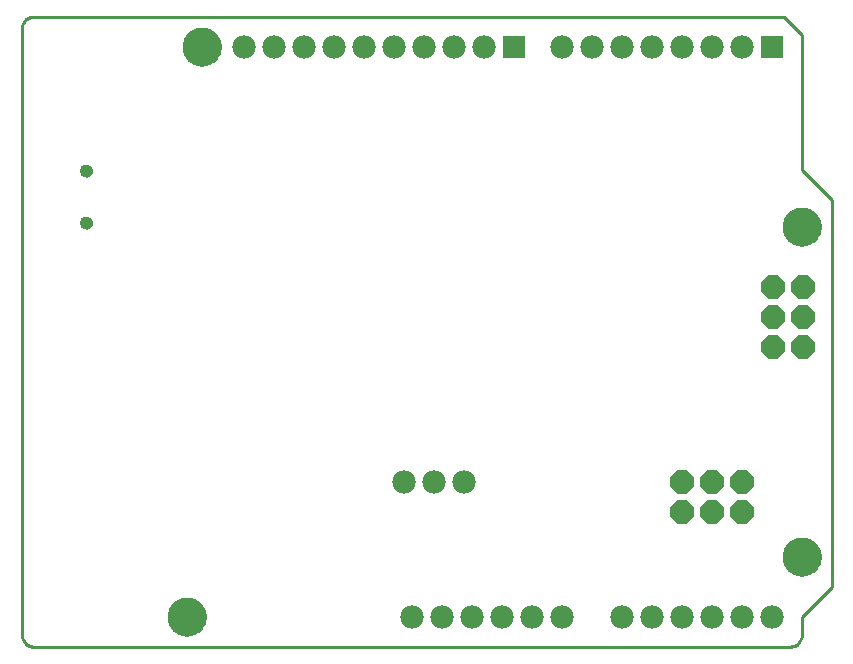
<source format=gbs>
G75*
G70*
%OFA0B0*%
%FSLAX24Y24*%
%IPPOS*%
%LPD*%
%AMOC8*
5,1,8,0,0,1.08239X$1,22.5*
%
%ADD10C,0.0000*%
%ADD11C,0.1300*%
%ADD12C,0.0100*%
%ADD13C,0.0780*%
%ADD14R,0.0780X0.0780*%
%ADD15OC8,0.0780*%
%ADD16C,0.0434*%
D10*
X006069Y002089D02*
X006071Y002139D01*
X006077Y002189D01*
X006087Y002238D01*
X006101Y002286D01*
X006118Y002333D01*
X006139Y002378D01*
X006164Y002422D01*
X006192Y002463D01*
X006224Y002502D01*
X006258Y002539D01*
X006295Y002573D01*
X006335Y002603D01*
X006377Y002630D01*
X006421Y002654D01*
X006467Y002675D01*
X006514Y002691D01*
X006562Y002704D01*
X006612Y002713D01*
X006661Y002718D01*
X006712Y002719D01*
X006762Y002716D01*
X006811Y002709D01*
X006860Y002698D01*
X006908Y002683D01*
X006954Y002665D01*
X006999Y002643D01*
X007042Y002617D01*
X007083Y002588D01*
X007122Y002556D01*
X007158Y002521D01*
X007190Y002483D01*
X007220Y002443D01*
X007247Y002400D01*
X007270Y002356D01*
X007289Y002310D01*
X007305Y002262D01*
X007317Y002213D01*
X007325Y002164D01*
X007329Y002114D01*
X007329Y002064D01*
X007325Y002014D01*
X007317Y001965D01*
X007305Y001916D01*
X007289Y001868D01*
X007270Y001822D01*
X007247Y001778D01*
X007220Y001735D01*
X007190Y001695D01*
X007158Y001657D01*
X007122Y001622D01*
X007083Y001590D01*
X007042Y001561D01*
X006999Y001535D01*
X006954Y001513D01*
X006908Y001495D01*
X006860Y001480D01*
X006811Y001469D01*
X006762Y001462D01*
X006712Y001459D01*
X006661Y001460D01*
X006612Y001465D01*
X006562Y001474D01*
X006514Y001487D01*
X006467Y001503D01*
X006421Y001524D01*
X006377Y001548D01*
X006335Y001575D01*
X006295Y001605D01*
X006258Y001639D01*
X006224Y001676D01*
X006192Y001715D01*
X006164Y001756D01*
X006139Y001800D01*
X006118Y001845D01*
X006101Y001892D01*
X006087Y001940D01*
X006077Y001989D01*
X006071Y002039D01*
X006069Y002089D01*
X003146Y015222D02*
X003148Y015249D01*
X003154Y015276D01*
X003163Y015302D01*
X003176Y015326D01*
X003192Y015349D01*
X003211Y015368D01*
X003233Y015385D01*
X003257Y015399D01*
X003282Y015409D01*
X003309Y015416D01*
X003336Y015419D01*
X003364Y015418D01*
X003391Y015413D01*
X003417Y015405D01*
X003441Y015393D01*
X003464Y015377D01*
X003485Y015359D01*
X003502Y015338D01*
X003517Y015314D01*
X003528Y015289D01*
X003536Y015263D01*
X003540Y015236D01*
X003540Y015208D01*
X003536Y015181D01*
X003528Y015155D01*
X003517Y015130D01*
X003502Y015106D01*
X003485Y015085D01*
X003464Y015067D01*
X003442Y015051D01*
X003417Y015039D01*
X003391Y015031D01*
X003364Y015026D01*
X003336Y015025D01*
X003309Y015028D01*
X003282Y015035D01*
X003257Y015045D01*
X003233Y015059D01*
X003211Y015076D01*
X003192Y015095D01*
X003176Y015118D01*
X003163Y015142D01*
X003154Y015168D01*
X003148Y015195D01*
X003146Y015222D01*
X003146Y016955D02*
X003148Y016982D01*
X003154Y017009D01*
X003163Y017035D01*
X003176Y017059D01*
X003192Y017082D01*
X003211Y017101D01*
X003233Y017118D01*
X003257Y017132D01*
X003282Y017142D01*
X003309Y017149D01*
X003336Y017152D01*
X003364Y017151D01*
X003391Y017146D01*
X003417Y017138D01*
X003441Y017126D01*
X003464Y017110D01*
X003485Y017092D01*
X003502Y017071D01*
X003517Y017047D01*
X003528Y017022D01*
X003536Y016996D01*
X003540Y016969D01*
X003540Y016941D01*
X003536Y016914D01*
X003528Y016888D01*
X003517Y016863D01*
X003502Y016839D01*
X003485Y016818D01*
X003464Y016800D01*
X003442Y016784D01*
X003417Y016772D01*
X003391Y016764D01*
X003364Y016759D01*
X003336Y016758D01*
X003309Y016761D01*
X003282Y016768D01*
X003257Y016778D01*
X003233Y016792D01*
X003211Y016809D01*
X003192Y016828D01*
X003176Y016851D01*
X003163Y016875D01*
X003154Y016901D01*
X003148Y016928D01*
X003146Y016955D01*
X006569Y021089D02*
X006571Y021139D01*
X006577Y021189D01*
X006587Y021238D01*
X006601Y021286D01*
X006618Y021333D01*
X006639Y021378D01*
X006664Y021422D01*
X006692Y021463D01*
X006724Y021502D01*
X006758Y021539D01*
X006795Y021573D01*
X006835Y021603D01*
X006877Y021630D01*
X006921Y021654D01*
X006967Y021675D01*
X007014Y021691D01*
X007062Y021704D01*
X007112Y021713D01*
X007161Y021718D01*
X007212Y021719D01*
X007262Y021716D01*
X007311Y021709D01*
X007360Y021698D01*
X007408Y021683D01*
X007454Y021665D01*
X007499Y021643D01*
X007542Y021617D01*
X007583Y021588D01*
X007622Y021556D01*
X007658Y021521D01*
X007690Y021483D01*
X007720Y021443D01*
X007747Y021400D01*
X007770Y021356D01*
X007789Y021310D01*
X007805Y021262D01*
X007817Y021213D01*
X007825Y021164D01*
X007829Y021114D01*
X007829Y021064D01*
X007825Y021014D01*
X007817Y020965D01*
X007805Y020916D01*
X007789Y020868D01*
X007770Y020822D01*
X007747Y020778D01*
X007720Y020735D01*
X007690Y020695D01*
X007658Y020657D01*
X007622Y020622D01*
X007583Y020590D01*
X007542Y020561D01*
X007499Y020535D01*
X007454Y020513D01*
X007408Y020495D01*
X007360Y020480D01*
X007311Y020469D01*
X007262Y020462D01*
X007212Y020459D01*
X007161Y020460D01*
X007112Y020465D01*
X007062Y020474D01*
X007014Y020487D01*
X006967Y020503D01*
X006921Y020524D01*
X006877Y020548D01*
X006835Y020575D01*
X006795Y020605D01*
X006758Y020639D01*
X006724Y020676D01*
X006692Y020715D01*
X006664Y020756D01*
X006639Y020800D01*
X006618Y020845D01*
X006601Y020892D01*
X006587Y020940D01*
X006577Y020989D01*
X006571Y021039D01*
X006569Y021089D01*
X026569Y015089D02*
X026571Y015139D01*
X026577Y015189D01*
X026587Y015238D01*
X026601Y015286D01*
X026618Y015333D01*
X026639Y015378D01*
X026664Y015422D01*
X026692Y015463D01*
X026724Y015502D01*
X026758Y015539D01*
X026795Y015573D01*
X026835Y015603D01*
X026877Y015630D01*
X026921Y015654D01*
X026967Y015675D01*
X027014Y015691D01*
X027062Y015704D01*
X027112Y015713D01*
X027161Y015718D01*
X027212Y015719D01*
X027262Y015716D01*
X027311Y015709D01*
X027360Y015698D01*
X027408Y015683D01*
X027454Y015665D01*
X027499Y015643D01*
X027542Y015617D01*
X027583Y015588D01*
X027622Y015556D01*
X027658Y015521D01*
X027690Y015483D01*
X027720Y015443D01*
X027747Y015400D01*
X027770Y015356D01*
X027789Y015310D01*
X027805Y015262D01*
X027817Y015213D01*
X027825Y015164D01*
X027829Y015114D01*
X027829Y015064D01*
X027825Y015014D01*
X027817Y014965D01*
X027805Y014916D01*
X027789Y014868D01*
X027770Y014822D01*
X027747Y014778D01*
X027720Y014735D01*
X027690Y014695D01*
X027658Y014657D01*
X027622Y014622D01*
X027583Y014590D01*
X027542Y014561D01*
X027499Y014535D01*
X027454Y014513D01*
X027408Y014495D01*
X027360Y014480D01*
X027311Y014469D01*
X027262Y014462D01*
X027212Y014459D01*
X027161Y014460D01*
X027112Y014465D01*
X027062Y014474D01*
X027014Y014487D01*
X026967Y014503D01*
X026921Y014524D01*
X026877Y014548D01*
X026835Y014575D01*
X026795Y014605D01*
X026758Y014639D01*
X026724Y014676D01*
X026692Y014715D01*
X026664Y014756D01*
X026639Y014800D01*
X026618Y014845D01*
X026601Y014892D01*
X026587Y014940D01*
X026577Y014989D01*
X026571Y015039D01*
X026569Y015089D01*
X026569Y004089D02*
X026571Y004139D01*
X026577Y004189D01*
X026587Y004238D01*
X026601Y004286D01*
X026618Y004333D01*
X026639Y004378D01*
X026664Y004422D01*
X026692Y004463D01*
X026724Y004502D01*
X026758Y004539D01*
X026795Y004573D01*
X026835Y004603D01*
X026877Y004630D01*
X026921Y004654D01*
X026967Y004675D01*
X027014Y004691D01*
X027062Y004704D01*
X027112Y004713D01*
X027161Y004718D01*
X027212Y004719D01*
X027262Y004716D01*
X027311Y004709D01*
X027360Y004698D01*
X027408Y004683D01*
X027454Y004665D01*
X027499Y004643D01*
X027542Y004617D01*
X027583Y004588D01*
X027622Y004556D01*
X027658Y004521D01*
X027690Y004483D01*
X027720Y004443D01*
X027747Y004400D01*
X027770Y004356D01*
X027789Y004310D01*
X027805Y004262D01*
X027817Y004213D01*
X027825Y004164D01*
X027829Y004114D01*
X027829Y004064D01*
X027825Y004014D01*
X027817Y003965D01*
X027805Y003916D01*
X027789Y003868D01*
X027770Y003822D01*
X027747Y003778D01*
X027720Y003735D01*
X027690Y003695D01*
X027658Y003657D01*
X027622Y003622D01*
X027583Y003590D01*
X027542Y003561D01*
X027499Y003535D01*
X027454Y003513D01*
X027408Y003495D01*
X027360Y003480D01*
X027311Y003469D01*
X027262Y003462D01*
X027212Y003459D01*
X027161Y003460D01*
X027112Y003465D01*
X027062Y003474D01*
X027014Y003487D01*
X026967Y003503D01*
X026921Y003524D01*
X026877Y003548D01*
X026835Y003575D01*
X026795Y003605D01*
X026758Y003639D01*
X026724Y003676D01*
X026692Y003715D01*
X026664Y003756D01*
X026639Y003800D01*
X026618Y003845D01*
X026601Y003892D01*
X026587Y003940D01*
X026577Y003989D01*
X026571Y004039D01*
X026569Y004089D01*
D11*
X027199Y004089D03*
X027199Y015089D03*
X007199Y021089D03*
X006699Y002089D03*
D12*
X001593Y001089D02*
X026806Y001089D01*
X026806Y001088D02*
X026845Y001090D01*
X026883Y001096D01*
X026920Y001105D01*
X026957Y001118D01*
X026992Y001135D01*
X027025Y001154D01*
X027056Y001177D01*
X027085Y001203D01*
X027111Y001232D01*
X027134Y001263D01*
X027153Y001296D01*
X027170Y001331D01*
X027183Y001368D01*
X027192Y001405D01*
X027198Y001443D01*
X027200Y001482D01*
X027199Y001482D02*
X027199Y002089D01*
X028199Y003089D01*
X028199Y015989D01*
X027199Y016989D01*
X027199Y021489D01*
X026599Y022089D01*
X001593Y022089D01*
X001554Y022087D01*
X001516Y022081D01*
X001479Y022072D01*
X001442Y022059D01*
X001407Y022042D01*
X001374Y022023D01*
X001343Y022000D01*
X001314Y021974D01*
X001288Y021945D01*
X001265Y021914D01*
X001246Y021881D01*
X001229Y021846D01*
X001216Y021809D01*
X001207Y021772D01*
X001201Y021734D01*
X001199Y021695D01*
X001199Y001482D01*
X001201Y001443D01*
X001207Y001405D01*
X001216Y001368D01*
X001229Y001331D01*
X001246Y001296D01*
X001265Y001263D01*
X001288Y001232D01*
X001314Y001203D01*
X001343Y001177D01*
X001374Y001154D01*
X001407Y001135D01*
X001442Y001118D01*
X001479Y001105D01*
X001516Y001096D01*
X001554Y001090D01*
X001593Y001088D01*
D13*
X013949Y006589D03*
X014949Y006589D03*
X015949Y006589D03*
X016199Y002089D03*
X017199Y002089D03*
X018199Y002089D03*
X019199Y002089D03*
X021199Y002089D03*
X022199Y002089D03*
X023199Y002089D03*
X024199Y002089D03*
X025199Y002089D03*
X026199Y002089D03*
X015199Y002089D03*
X014199Y002089D03*
X014599Y021089D03*
X013599Y021089D03*
X012599Y021089D03*
X011599Y021089D03*
X010599Y021089D03*
X009599Y021089D03*
X008599Y021089D03*
X015599Y021089D03*
X016599Y021089D03*
X019199Y021089D03*
X020199Y021089D03*
X021199Y021089D03*
X022199Y021089D03*
X023199Y021089D03*
X024199Y021089D03*
X025199Y021089D03*
D14*
X026199Y021089D03*
X017599Y021089D03*
D15*
X026249Y013089D03*
X027249Y013089D03*
X027249Y012089D03*
X026249Y012089D03*
X026249Y011089D03*
X027249Y011089D03*
X025199Y006589D03*
X024199Y006589D03*
X023199Y006589D03*
X023199Y005589D03*
X024199Y005589D03*
X025199Y005589D03*
D16*
X003343Y015222D03*
X003343Y016955D03*
M02*

</source>
